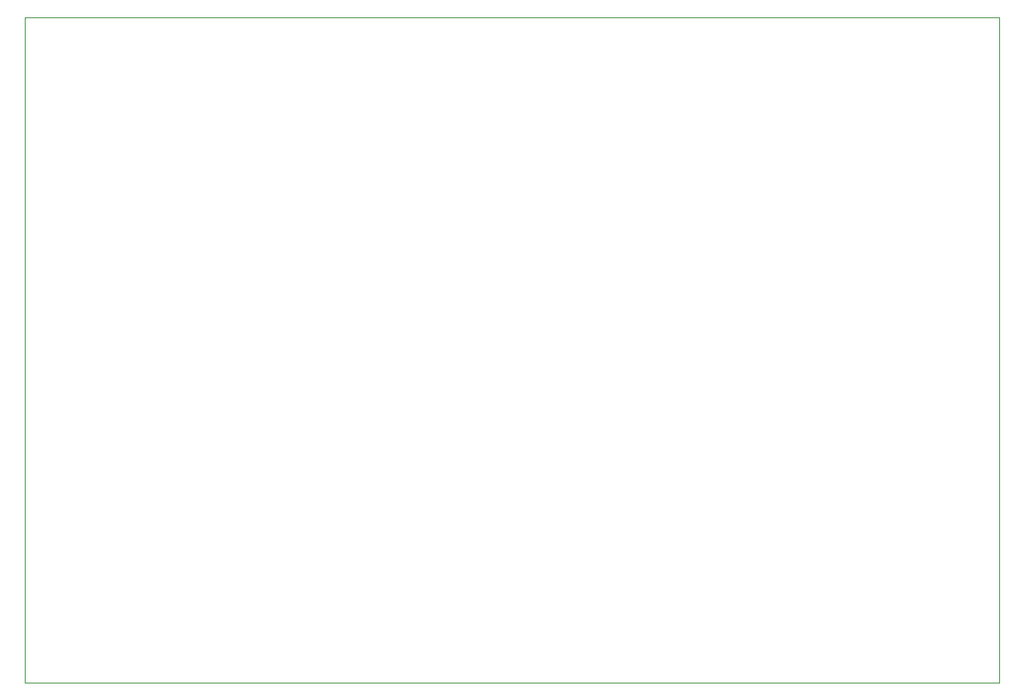
<source format=gbr>
G04 #@! TF.FileFunction,Profile,NP*
%FSLAX46Y46*%
G04 Gerber Fmt 4.6, Leading zero omitted, Abs format (unit mm)*
G04 Created by KiCad (PCBNEW 4.0.4+e1-6308~48~ubuntu15.10.1-stable) date Thu Dec  8 14:35:49 2016*
%MOMM*%
%LPD*%
G01*
G04 APERTURE LIST*
%ADD10C,0.100000*%
G04 APERTURE END LIST*
D10*
X191262000Y-140208000D02*
X191262000Y-72009000D01*
X91440000Y-140208000D02*
X191262000Y-140208000D01*
X91440000Y-72009000D02*
X91440000Y-140208000D01*
X191262000Y-72009000D02*
X91440000Y-72009000D01*
M02*

</source>
